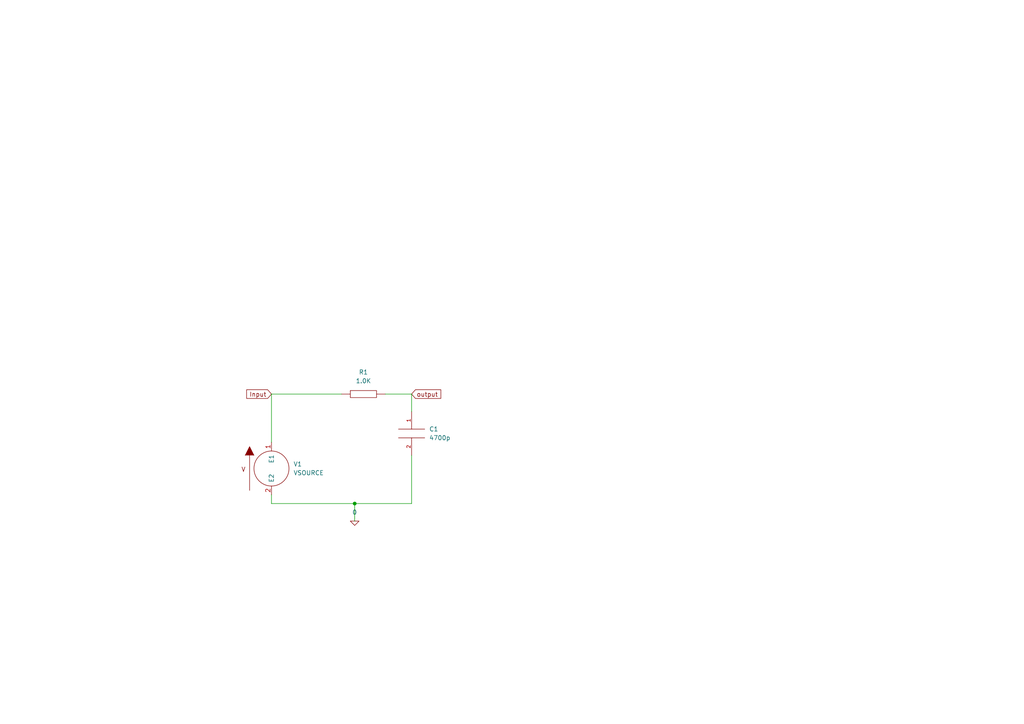
<source format=kicad_sch>
(kicad_sch (version 20211123) (generator eeschema)
  (paper "A4")
  (lib_symbols
    (symbol "pspice:0" (power) (pin_names (offset 0))
      (property "Value" "0" (at 0 -1.778 0))
      (symbol "0_0_1"
        (polyline (pts (xy -1.27 0) (xy 0 -1.27) (xy 1.27 0) (xy -1.27 0)))
      )
      (symbol "0_1_1"
        (pin power_in line (at 0 0 0) (length 0) hide (name "0") (number "1"))
      )
    )
    (symbol "pspice:C" (pin_names (offset 0.254))
      (property "Reference" "C" (at 2.54 3.81 90))
      (property "Value" "C" (at 2.54 -3.81 90))
      (symbol "C_0_1"
        (polyline (pts (xy -3.81 -1.27) (xy 3.81 -1.27)))
        (polyline (pts (xy -3.81 1.27) (xy 3.81 1.27)))
      )
      (symbol "C_1_1"
        (pin passive line (at 0 6.35 270) (length 5.08) (name "~") (number "1"))
        (pin passive line (at 0 -6.35 90) (length 5.08) (name "~") (number "2"))
      )
    )
    (symbol "pspice:R" (pin_numbers hide) (pin_names (offset 0))
      (property "Reference" "R" (at 2.032 0 90))
      (property "Value" "R" (at 0 0 90))
      (symbol "R_0_1"
        (rectangle (start -1.016 3.81) (end 1.016 -3.81))
      )
      (symbol "R_1_1"
        (pin passive line (at 0 6.35 270) (length 2.54) (name "~") (number "1"))
        (pin passive line (at 0 -6.35 90) (length 2.54) (name "~") (number "2"))
      )
    )
    (symbol "pspice:VSOURCE" (pin_names (offset 1.016))
      (property "Reference" "V" (at -6.35 7.62 0))
      (property "Value" "VSOURCE" (at 0 0 0))
      (symbol "VSOURCE_0_1"
        (polyline (pts (xy -6.35 -6.35) (xy -6.35 3.81)) (fill (type outline)))
        (polyline (pts (xy -7.62 3.81) (xy -6.35 6.35) (xy -5.08 3.81)) (fill (type outline)))
        (circle (center 0 0) (radius 5.08))
        (text "V" (at -8.128 -0.254 0) (effects (font (size 1.27 1.27))))
      )
      (symbol "VSOURCE_1_1"
        (pin input line (at 0 7.62 270) (length 2.54) (name "E1") (number "1"))
        (pin input line (at 0 -7.62 90) (length 2.54) (name "E2") (number "2"))
      )
    )
  )
  (junction (at 102.87 146.05))
  (wire (pts (xy 78.74 143.51) (xy 78.74 146.05)))
  (wire (pts (xy 78.74 114.3) (xy 99.06 114.3)))
  (wire (pts (xy 78.74 146.05) (xy 102.87 146.05)))
  (wire (pts (xy 102.87 146.05) (xy 119.38 146.05)))
  (wire (pts (xy 111.76 114.3) (xy 119.38 114.3)))
  (wire (pts (xy 78.74 128.27) (xy 78.74 114.3)))
  (wire (pts (xy 102.87 146.05) (xy 102.87 151.13)))
  (wire (pts (xy 119.38 132.08) (xy 119.38 146.05)))
  (wire (pts (xy 119.38 114.3) (xy 119.38 119.38)))
  (global_label "output" (shape input) (at 119.38 114.3 0) (property "Intersheet References" "${INTERSHEET_REFS}" (effects hide)))
  (global_label "Input" (shape input) (at 78.74 114.3 180) (property "Intersheet References" "${INTERSHEET_REFS}" (effects hide)))
  (symbol (lib_id "pspice:VSOURCE") (at 78.74 135.89 0) (unit 1)
    (property "Reference" "V1" (at 85.09 134.6199 0) (effects (justify left)))
    (property "Value" "VSOURCE" (at 85.09 137.1599 0) (effects (justify left)))
    (property "Spice_Primitive" "V" (effects hide))
    (property "Spice_Netlist_Enabled" "Y" (effects hide))
    (property "Spice_Model" "dc 0 ac 1 sin(0 1 10k)" (at 93.98 139.7 0))
  )
  (symbol (lib_id "pspice:C") (at 119.38 125.73 0) (unit 1)
    (property "Reference" "C1" (at 124.46 124.4599 0) (effects (justify left)))
    (property "Value" "4700p" (at 124.46 126.9999 0) (effects (justify left)))
    (property "Spice_Primitive" "C" (effects hide))
    (property "Spice_Model" "4700p" (effects hide))
    (property "Spice_Netlist_Enabled" "Y" (effects hide))
  )
  (symbol (lib_id "pspice:0") (at 102.87 151.13 0) (unit 1)
    (property "Reference" "#GND0101" (effects hide))
    (property "Value" "0" (at 102.87 148.59 0))
  )
  (symbol (lib_id "pspice:R") (at 105.41 114.3 90) (unit 1)
    (property "Reference" "R1" (at 105.41 107.95 90))
    (property "Value" "1.0K" (at 105.41 110.49 90))
    (property "Spice_Primitive" "R" (effects hide))
    (property "Spice_Model" "1.7k" (effects hide))
    (property "Spice_Netlist_Enabled" "Y" (effects hide))
  )
)
</source>
